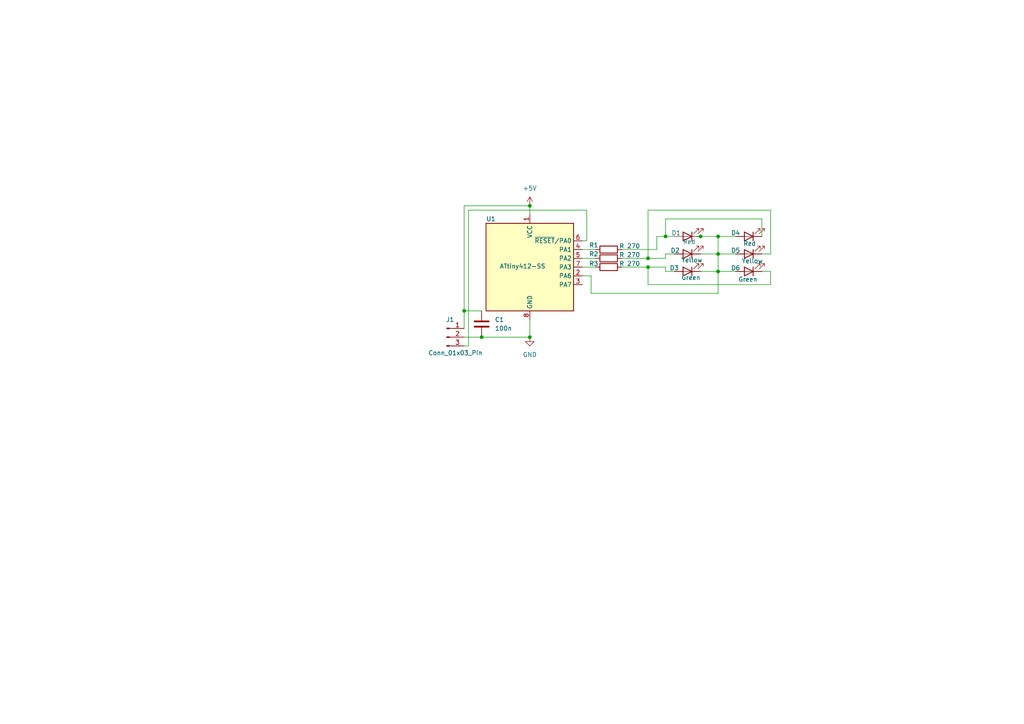
<source format=kicad_sch>
(kicad_sch (version 20231120) (generator "eeschema") (generator_version "8.0")
  (paper "A4")
  (lib_symbols
    (symbol "Connector:Conn_01x03_Pin" (pin_names (offset 1.016) hide)
      (property "Reference" "J" (at 0 5.08 0))
      (property "Value" "Conn_01x03_Pin" (at 0 -5.08 0))
      (symbol "Conn_01x03_Pin_1_1"
        (polyline (pts (xy 1.27 -2.54) (xy 0.8636 -2.54)) (stroke (width 0.1524)))
        (polyline (pts (xy 1.27 0) (xy 0.8636 0)) (stroke (width 0.1524)))
        (polyline (pts (xy 1.27 2.54) (xy 0.8636 2.54)) (stroke (width 0.1524)))
        (rectangle (start 0.8636 -2.413) (end 0 -2.667) (stroke (width 0.1524)) (fill (type outline)))
        (rectangle (start 0.8636 0.127) (end 0 -0.127) (stroke (width 0.1524)) (fill (type outline)))
        (rectangle (start 0.8636 2.667) (end 0 2.413) (stroke (width 0.1524)) (fill (type outline)))
        (pin passive line (at 5.08 2.54 180) (length 3.81) (name "Pin_1") (number "1"))
        (pin passive line (at 5.08 0 180) (length 3.81) (name "Pin_2") (number "2"))
        (pin passive line (at 5.08 -2.54 180) (length 3.81) (name "Pin_3") (number "3"))
      )
    )
    (symbol "Device:C" (pin_numbers hide) (pin_names (offset 0.254))
      (property "Reference" "C" (at 0.635 2.54 0))
      (property "Value" "C" (at 0.635 -2.54 0))
      (symbol "C_0_1"
        (polyline (pts (xy -2.032 -0.762) (xy 2.032 -0.762)) (stroke (width 0.508)))
        (polyline (pts (xy -2.032 0.762) (xy 2.032 0.762)) (stroke (width 0.508)))
      )
      (symbol "C_1_1"
        (pin passive line (at 0 3.81 270) (length 2.794) (name "~") (number "1"))
        (pin passive line (at 0 -3.81 90) (length 2.794) (name "~") (number "2"))
      )
    )
    (symbol "Device:LED" (pin_numbers hide) (pin_names (offset 1.016) hide)
      (property "Reference" "D" (at 0 2.54 0))
      (property "Value" "LED" (at 0 -2.54 0))
      (symbol "LED_0_1"
        (polyline (pts (xy -1.27 -1.27) (xy -1.27 1.27)) (stroke (width 0.254)))
        (polyline (pts (xy -1.27 0) (xy 1.27 0)))
        (polyline (pts (xy 1.27 -1.27) (xy 1.27 1.27) (xy -1.27 0) (xy 1.27 -1.27)) (stroke (width 0.254)))
        (polyline (pts (xy -3.048 -0.762) (xy -4.572 -2.286) (xy -3.81 -2.286) (xy -4.572 -2.286) (xy -4.572 -1.524)))
        (polyline (pts (xy -1.778 -0.762) (xy -3.302 -2.286) (xy -2.54 -2.286) (xy -3.302 -2.286) (xy -3.302 -1.524)))
      )
      (symbol "LED_1_1"
        (pin passive line (at -3.81 0 0) (length 2.54) (name "K") (number "1"))
        (pin passive line (at 3.81 0 180) (length 2.54) (name "A") (number "2"))
      )
    )
    (symbol "Device:R" (pin_numbers hide) (pin_names (offset 0))
      (property "Reference" "R" (at 2.032 0 90))
      (property "Value" "R" (at 0 0 90))
      (symbol "R_0_1"
        (rectangle (start -1.016 -2.54) (end 1.016 2.54) (stroke (width 0.254)))
      )
      (symbol "R_1_1"
        (pin passive line (at 0 3.81 270) (length 1.27) (name "~") (number "1"))
        (pin passive line (at 0 -3.81 90) (length 1.27) (name "~") (number "2"))
      )
    )
    (symbol "MCU_Microchip_ATtiny:ATtiny412-SS"
      (property "Reference" "U" (at -12.7 13.97 0))
      (property "Value" "ATtiny412-SS" (at 2.54 -13.97 0))
      (symbol "ATtiny412-SS_0_1"
        (rectangle (start -12.7 -12.7) (end 12.7 12.7) (stroke (width 0.254)) (fill (type background)))
      )
      (symbol "ATtiny412-SS_1_1"
        (pin power_in line (at 0 15.24 270) (length 2.54) (name "VCC") (number "1"))
        (pin bidirectional line (at 15.24 -2.54 180) (length 2.54) (name "PA6") (number "2"))
        (pin bidirectional line (at 15.24 -5.08 180) (length 2.54) (name "PA7") (number "3"))
        (pin bidirectional line (at 15.24 5.08 180) (length 2.54) (name "PA1") (number "4"))
        (pin bidirectional line (at 15.24 2.54 180) (length 2.54) (name "PA2") (number "5"))
        (pin bidirectional line (at 15.24 7.62 180) (length 2.54) (name "~{RESET}/PA0") (number "6"))
        (pin bidirectional line (at 15.24 0 180) (length 2.54) (name "PA3") (number "7"))
        (pin power_in line (at 0 -15.24 90) (length 2.54) (name "GND") (number "8"))
      )
    )
    (symbol "power:+5V" (power) (pin_numbers hide) (pin_names (offset 0) hide)
      (property "Value" "+5V" (at 0 3.556 0))
      (symbol "+5V_0_1"
        (polyline (pts (xy -0.762 1.27) (xy 0 2.54)))
        (polyline (pts (xy 0 0) (xy 0 2.54)))
        (polyline (pts (xy 0 2.54) (xy 0.762 1.27)))
      )
      (symbol "+5V_1_1"
        (pin power_in line (at 0 0 90) (length 0) (name "~") (number "1"))
      )
    )
    (symbol "power:GND" (power) (pin_numbers hide) (pin_names (offset 0) hide)
      (property "Value" "GND" (at 0 -3.81 0))
      (symbol "GND_0_1"
        (polyline (pts (xy 0 0) (xy 0 -1.27) (xy 1.27 -1.27) (xy 0 -2.54) (xy -1.27 -1.27) (xy 0 -1.27)))
      )
      (symbol "GND_1_1"
        (pin power_in line (at 0 0 270) (length 0) (name "~") (number "1"))
      )
    )
  )
  (junction (at 187.96 74.93))
  (junction (at 153.67 97.79))
  (junction (at 134.62 90.17))
  (junction (at 208.28 73.66))
  (junction (at 208.28 68.58))
  (junction (at 187.96 77.47))
  (junction (at 203.2 68.58))
  (junction (at 208.28 78.74))
  (junction (at 139.7 97.79))
  (junction (at 153.67 59.69))
  (junction (at 193.04 68.58))
  (wire (pts (xy 223.52 73.66) (xy 223.52 60.96)))
  (wire (pts (xy 187.96 82.55) (xy 223.52 82.55)))
  (wire (pts (xy 193.04 63.5) (xy 220.98 63.5)))
  (wire (pts (xy 208.28 73.66) (xy 213.36 73.66)))
  (wire (pts (xy 220.98 73.66) (xy 223.52 73.66)))
  (wire (pts (xy 134.62 90.17) (xy 134.62 59.69)))
  (wire (pts (xy 193.04 78.74) (xy 195.58 78.74)))
  (wire (pts (xy 193.04 73.66) (xy 195.58 73.66)))
  (wire (pts (xy 168.91 74.93) (xy 172.72 74.93)))
  (wire (pts (xy 220.98 63.5) (xy 220.98 68.58)))
  (wire (pts (xy 223.52 82.55) (xy 223.52 78.74)))
  (wire (pts (xy 190.5 68.58) (xy 193.04 68.58)))
  (wire (pts (xy 208.28 68.58) (xy 208.28 73.66)))
  (wire (pts (xy 171.45 85.09) (xy 171.45 80.01)))
  (wire (pts (xy 193.04 74.93) (xy 193.04 73.66)))
  (wire (pts (xy 223.52 60.96) (xy 187.96 60.96)))
  (wire (pts (xy 208.28 78.74) (xy 213.36 78.74)))
  (wire (pts (xy 135.89 100.33) (xy 134.62 100.33)))
  (wire (pts (xy 201.93 68.58) (xy 203.2 68.58)))
  (wire (pts (xy 139.7 97.79) (xy 153.67 97.79)))
  (wire (pts (xy 153.67 59.69) (xy 153.67 62.23)))
  (wire (pts (xy 135.89 60.96) (xy 170.18 60.96)))
  (wire (pts (xy 193.04 68.58) (xy 193.04 63.5)))
  (wire (pts (xy 134.62 90.17) (xy 139.7 90.17)))
  (wire (pts (xy 190.5 68.58) (xy 190.5 72.39)))
  (wire (pts (xy 203.2 68.58) (xy 208.28 68.58)))
  (wire (pts (xy 203.2 78.74) (xy 208.28 78.74)))
  (wire (pts (xy 134.62 95.25) (xy 134.62 90.17)))
  (wire (pts (xy 180.34 77.47) (xy 187.96 77.47)))
  (wire (pts (xy 203.2 73.66) (xy 208.28 73.66)))
  (wire (pts (xy 180.34 74.93) (xy 187.96 74.93)))
  (wire (pts (xy 153.67 97.79) (xy 153.67 92.71)))
  (wire (pts (xy 168.91 77.47) (xy 172.72 77.47)))
  (wire (pts (xy 223.52 78.74) (xy 220.98 78.74)))
  (wire (pts (xy 187.96 77.47) (xy 187.96 82.55)))
  (wire (pts (xy 134.62 59.69) (xy 153.67 59.69)))
  (wire (pts (xy 193.04 77.47) (xy 193.04 78.74)))
  (wire (pts (xy 168.91 69.85) (xy 170.18 69.85)))
  (wire (pts (xy 187.96 60.96) (xy 187.96 74.93)))
  (wire (pts (xy 180.34 72.39) (xy 190.5 72.39)))
  (wire (pts (xy 171.45 85.09) (xy 208.28 85.09)))
  (wire (pts (xy 208.28 68.58) (xy 213.36 68.58)))
  (wire (pts (xy 208.28 78.74) (xy 208.28 85.09)))
  (wire (pts (xy 134.62 97.79) (xy 139.7 97.79)))
  (wire (pts (xy 168.91 72.39) (xy 172.72 72.39)))
  (wire (pts (xy 135.89 60.96) (xy 135.89 100.33)))
  (wire (pts (xy 187.96 77.47) (xy 193.04 77.47)))
  (wire (pts (xy 170.18 69.85) (xy 170.18 60.96)))
  (wire (pts (xy 208.28 73.66) (xy 208.28 78.74)))
  (wire (pts (xy 193.04 68.58) (xy 195.58 68.58)))
  (wire (pts (xy 187.96 74.93) (xy 193.04 74.93)))
  (wire (pts (xy 171.45 80.01) (xy 168.91 80.01)))
  (symbol (lib_id "MCU_Microchip_ATtiny:ATtiny412-SS") (at 153.67 77.47 0) (unit 1)
    (property "Reference" "U1" (at 143.764 63.5 0) (effects (justify right)))
    (property "Value" "ATtiny412-SS" (at 158.242 77.216 0) (effects (justify right)))
    (property "Footprint" "Package_SO:SOIC-8_3.9x4.9mm_P1.27mm" (effects (hide yes)))
    (property "Datasheet" "http://ww1.microchip.com/downloads/en/DeviceDoc/40001911A.pdf" (effects (hide yes)))
    (property "Description" "20MHz, 4kB Flash, 256B SRAM, 128B EEPROM, SOIC-8" (effects (hide yes)))
  )
  (symbol (lib_id "power:+5V") (at 153.67 59.69 0) (unit 1)
    (property "Reference" "#PWR01" (effects (hide yes)))
    (property "Value" "+5V" (at 153.67 54.61 0))
    (property "Description" "Power symbol creates a global label with name \"+5V\"" (effects (hide yes)))
  )
  (symbol (lib_id "Device:LED") (at 199.39 78.74 180) (unit 1)
    (property "Reference" "D3" (at 195.58 77.724 0))
    (property "Value" "Green" (at 200.406 80.518 0))
    (property "Footprint" "LED_THT:LED_D5.0mm" (effects (hide yes)))
    (property "Description" "Light emitting diode" (effects (hide yes)))
  )
  (symbol (lib_id "Device:C") (at 139.7 93.98 0) (unit 1)
    (property "Reference" "C1" (at 143.51 92.7099 0) (effects (justify left)))
    (property "Value" "100n" (at 143.51 95.2499 0) (effects (justify left)))
    (property "Footprint" "Capacitor_SMD:C_1210_3225Metric_Pad1.33x2.70mm_HandSolder" (effects (hide yes)))
    (property "Description" "Unpolarized capacitor" (effects (hide yes)))
  )
  (symbol (lib_id "Device:R") (at 176.53 77.47 90) (unit 1)
    (property "Reference" "R3" (at 172.212 76.454 90))
    (property "Value" "R 270" (at 182.626 76.454 90))
    (property "Footprint" "Resistor_SMD:R_1206_3216Metric_Pad1.30x1.75mm_HandSolder" (effects (hide yes)))
    (property "Description" "Resistor" (effects (hide yes)))
  )
  (symbol (lib_id "power:GND") (at 153.67 97.79 0) (unit 1)
    (property "Reference" "#PWR02" (effects (hide yes)))
    (property "Value" "GND" (at 153.67 102.87 0))
    (property "Description" "Power symbol creates a global label with name \"GND\" , ground" (effects (hide yes)))
  )
  (symbol (lib_id "Device:LED") (at 199.39 73.66 180) (unit 1)
    (property "Reference" "D2" (at 195.834 72.644 0))
    (property "Value" "Yellow" (at 200.66 75.438 0))
    (property "Footprint" "LED_THT:LED_D5.0mm" (effects (hide yes)))
    (property "Description" "Light emitting diode" (effects (hide yes)))
  )
  (symbol (lib_id "Connector:Conn_01x03_Pin") (at 129.54 97.79 0) (unit 1)
    (property "Reference" "J1" (at 130.556 92.71 0))
    (property "Value" "Conn_01x03_Pin" (at 132.08 102.362 0))
    (property "Footprint" "Connector_PinHeader_2.54mm:PinHeader_1x03_P2.54mm_Vertical" (effects (hide yes)))
    (property "Description" "Generic connector, single row, 01x03, script generated" (effects (hide yes)))
  )
  (symbol (lib_id "Device:R") (at 176.53 74.93 90) (unit 1)
    (property "Reference" "R2" (at 172.212 73.66 90))
    (property "Value" "R 270" (at 182.626 73.914 90))
    (property "Footprint" "Resistor_SMD:R_1206_3216Metric_Pad1.30x1.75mm_HandSolder" (effects (hide yes)))
    (property "Description" "Resistor" (effects (hide yes)))
  )
  (symbol (lib_id "Device:LED") (at 217.17 68.58 180) (unit 1)
    (property "Reference" "D4" (at 213.36 67.564 0))
    (property "Value" "Red" (at 217.424 70.612 0))
    (property "Footprint" "LED_THT:LED_D5.0mm" (effects (hide yes)))
    (property "Description" "Light emitting diode" (effects (hide yes)))
  )
  (symbol (lib_id "Device:R") (at 176.53 72.39 90) (unit 1)
    (property "Reference" "R1" (at 172.212 71.12 90))
    (property "Value" "R 270" (at 182.626 71.374 90))
    (property "Footprint" "Resistor_SMD:R_1206_3216Metric_Pad1.30x1.75mm_HandSolder" (effects (hide yes)))
    (property "Description" "Resistor" (effects (hide yes)))
  )
  (symbol (lib_id "Device:LED") (at 199.39 68.58 180) (unit 1)
    (property "Reference" "D1" (at 196.088 67.564 0))
    (property "Value" "Red" (at 199.898 70.104 0))
    (property "Footprint" "LED_THT:LED_D5.0mm" (effects (hide yes)))
    (property "Description" "Light emitting diode" (effects (hide yes)))
  )
  (symbol (lib_id "Device:LED") (at 217.17 78.74 180) (unit 1)
    (property "Reference" "D6" (at 213.36 77.724 0))
    (property "Value" "Green" (at 216.916 81.026 0))
    (property "Footprint" "LED_THT:LED_D5.0mm" (effects (hide yes)))
    (property "Description" "Light emitting diode" (effects (hide yes)))
  )
  (symbol (lib_id "Device:LED") (at 217.17 73.66 180) (unit 1)
    (property "Reference" "D5" (at 213.36 72.644 0))
    (property "Value" "Yellow" (at 218.186 75.692 0))
    (property "Footprint" "LED_THT:LED_D5.0mm" (effects (hide yes)))
    (property "Description" "Light emitting diode" (effects (hide yes)))
  )
)
</source>
